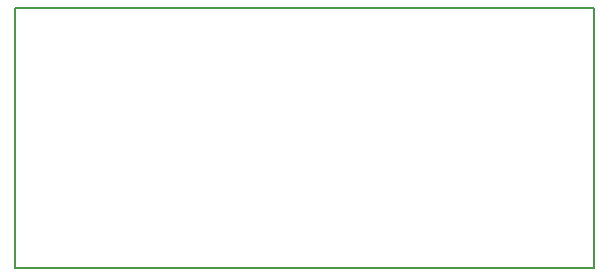
<source format=gbr>
G04 #@! TF.GenerationSoftware,KiCad,Pcbnew,5.0.2-bee76a0~70~ubuntu18.04.1*
G04 #@! TF.CreationDate,2019-08-19T22:40:07+02:00*
G04 #@! TF.ProjectId,differential_uart,64696666-6572-4656-9e74-69616c5f7561,rev?*
G04 #@! TF.SameCoordinates,Original*
G04 #@! TF.FileFunction,Profile,NP*
%FSLAX46Y46*%
G04 Gerber Fmt 4.6, Leading zero omitted, Abs format (unit mm)*
G04 Created by KiCad (PCBNEW 5.0.2-bee76a0~70~ubuntu18.04.1) date Mo 19 Aug 2019 22:40:07 CEST*
%MOMM*%
%LPD*%
G01*
G04 APERTURE LIST*
%ADD10C,0.150000*%
G04 APERTURE END LIST*
D10*
X0Y-22000000D02*
X0Y0D01*
X49000000Y-22000000D02*
X0Y-22000000D01*
X49000000Y-21000000D02*
X49000000Y-22000000D01*
X49000000Y0D02*
X49000000Y-21000000D01*
X49000000Y0D02*
X0Y0D01*
M02*

</source>
